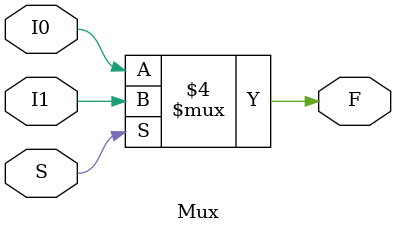
<source format=v>
module Mux(I0,I1,S,F);
input I0,I1,S;
output F;
reg F;
always @ (I0 or I1 or S)
if (S==0)
F=I0;
else 
F=I1;
endmodule 

</source>
